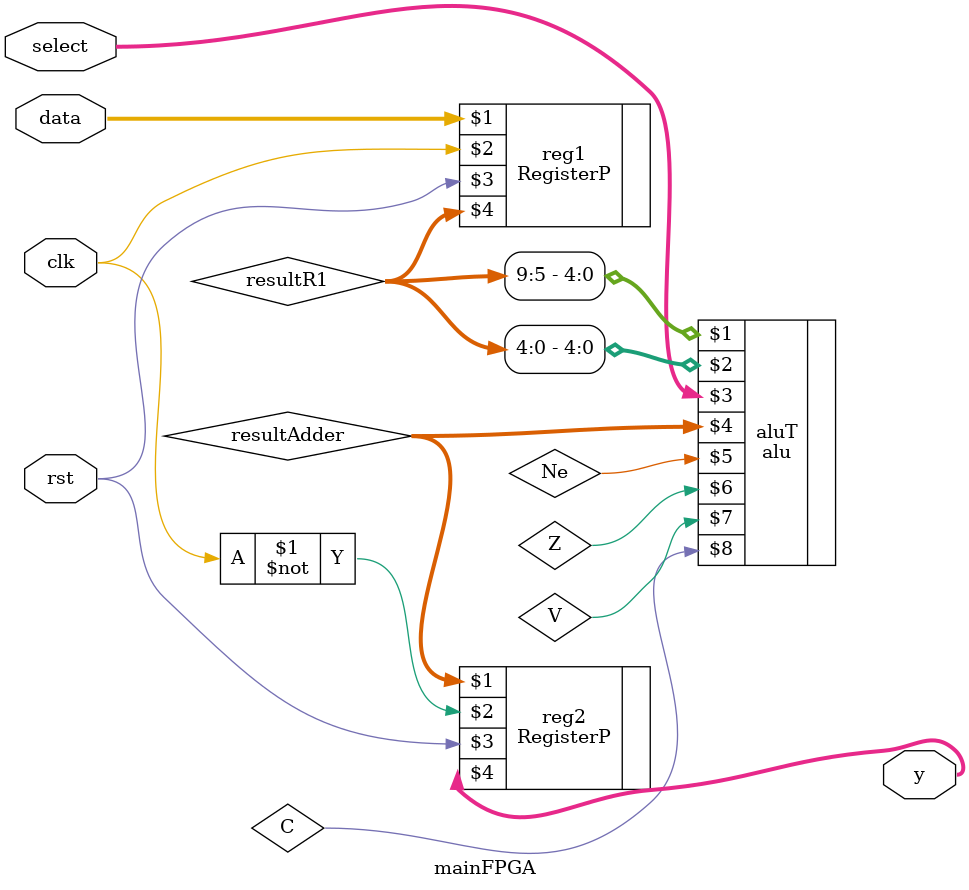
<source format=sv>
module mainFPGA(input logic clk, input logic rst, input logic [9:0] data, input logic [3:0] select,output logic[9:0] y);

	logic [9:0] resultR1, resultAdder;

	RegisterP reg1(data, clk, rst, resultR1);
	
	alu #(10) aluT(resultR1[9:5], resultR1[4:0], select, resultAdder, Ne, Z, V, C);

	RegisterP reg2(resultAdder, ~clk, rst, y);

endmodule 
</source>
